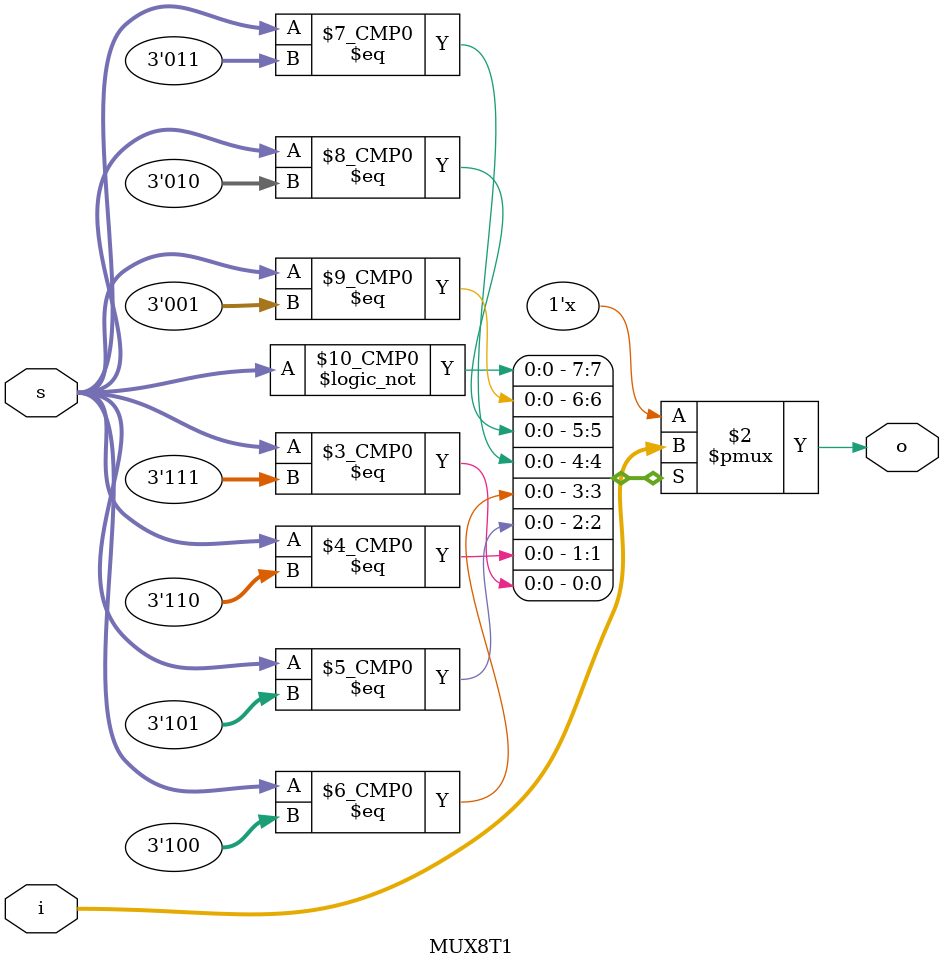
<source format=v>
`timescale 1ns / 1ps


module MUX8T1(
    input [0:7]i,
    input [0:2]s,
    output o
    );
    reg o;
    always @(s or i)
        begin: START
            case (s)
                0: o = i[0];
                1: o = i[1];
                2: o = i[2];
                3: o = i[3];
                4: o = i[4];
                5: o = i[5];
                6: o = i[6];
                7: o = i[7];
            endcase
        end
endmodule

</source>
